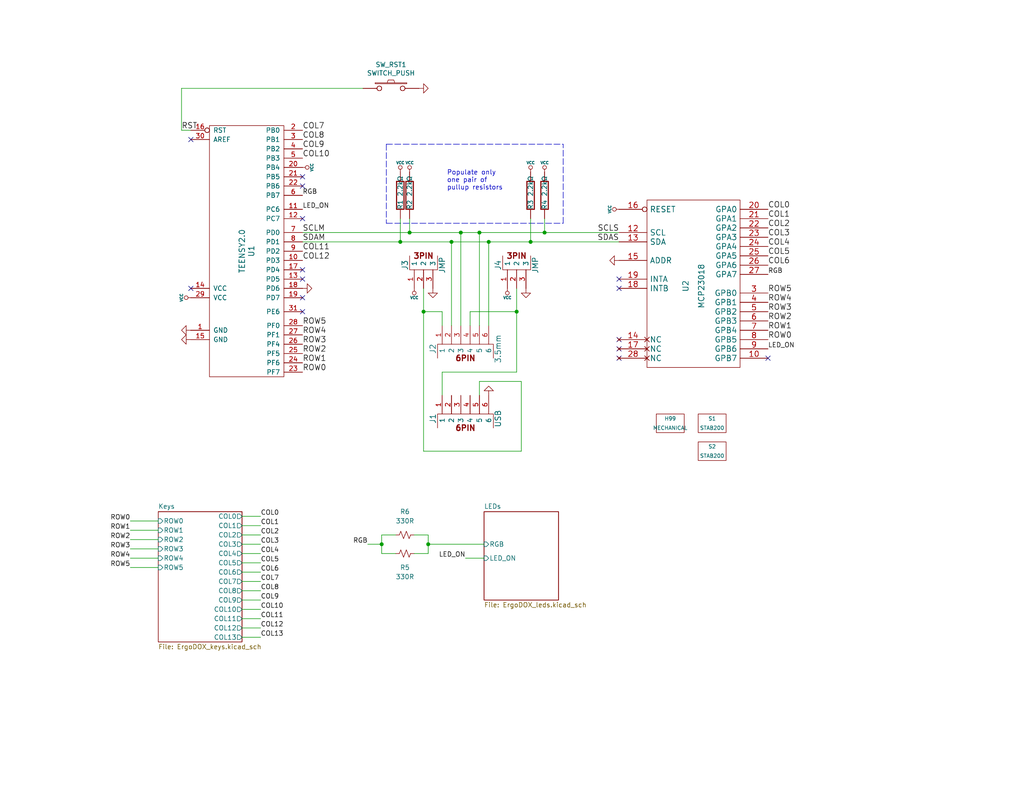
<source format=kicad_sch>
(kicad_sch (version 20210621) (generator eeschema)
  (paper "USLetter")
  (title_block (date "29 sep 2012"))
  (lib_symbols
    (symbol "Device:R_Small_US" (pin_numbers hide) (pin_names (offset 0.254) hide)
      (property "Reference" "R" (at 0.762 0.508 0))
      (property "Value" "R_Small_US" (at 0.762 -1.016 0))
      (symbol "R_Small_US_1_1"
        (polyline (pts (xy 0 0) (xy 1.016 -0.381) (xy 0 -0.762) (xy -1.016 -1.143) (xy 0 -1.524)))
        (polyline (pts (xy 0 1.524) (xy 1.016 1.143) (xy 0 0.762) (xy -1.016 0.381) (xy 0 0)))
        (pin passive line (at 0 2.54 270) (length 1.016) (name "~") (number "1"))
        (pin passive line (at 0 -2.54 90) (length 1.016) (name "~") (number "2"))
      )
    )
    (symbol "ErgoDOX-rescue:3PIN" (pin_names (offset 1.016))
      (property "Reference" "J" (at -1.27 5.08 0))
      (property "Value" "3PIN" (at -1.27 -5.08 0))
      (symbol "3PIN_0_0"
        (text "3PIN" (at -3.81 0 900) (effects (font (size 1.524 1.524) bold)))
      )
      (symbol "3PIN_0_1"
        (polyline (pts (xy -3.81 3.81) (xy 0 3.81) (xy 0 -3.81) (xy -3.81 -3.81)))
      )
      (symbol "3PIN_1_1"
        (pin input line (at 5.08 2.54 180) (length 5.08) (name "1") (number "1"))
        (pin power_in line (at 5.08 0 180) (length 5.08) (name "2") (number "2"))
        (pin output line (at 5.08 -2.54 180) (length 5.08) (name "3") (number "3"))
      )
    )
    (symbol "ErgoDOX-rescue:6PIN" (pin_names (offset 1.016))
      (property "Reference" "J" (at -1.27 8.89 0))
      (property "Value" "6PIN" (at -1.27 -8.89 0))
      (symbol "6PIN_0_0"
        (text "6PIN" (at -3.81 0 900) (effects (font (size 1.524 1.524) bold)))
        (polyline (pts (xy -3.81 7.62) (xy 0 7.62) (xy 0 -7.62) (xy -3.81 -7.62)))
      )
      (symbol "6PIN_1_1"
        (pin input line (at 5.08 6.35 180) (length 5.08) (name "1") (number "1"))
        (pin power_in line (at 5.08 3.81 180) (length 5.08) (name "2") (number "2"))
        (pin output line (at 5.08 1.27 180) (length 5.08) (name "3") (number "3"))
        (pin power_in line (at 5.08 -1.27 180) (length 5.08) (name "4") (number "4"))
        (pin input line (at 5.08 -3.81 180) (length 5.08) (name "5") (number "5"))
        (pin input line (at 5.08 -6.35 180) (length 5.08) (name "6") (number "6"))
      )
    )
    (symbol "ErgoDOX-rescue:ANYTHING" (pin_numbers hide) (pin_names (offset 1.016) hide)
      (property "Reference" "ANY" (at 0 1.27 0))
      (property "Value" "ANYTHING" (at 0 -1.27 0))
      (symbol "ANYTHING_0_1"
        (rectangle (start -3.81 2.54) (end 3.81 -2.54))
      )
      (symbol "ANYTHING_1_1"
        (pin power_in line (at 0 0 90) (length 0) hide (name "GND") (number "0"))
      )
    )
    (symbol "ErgoDOX-rescue:GND" (power) (pin_names (offset 0))
      (symbol "GND_0_1"
        (polyline (pts (xy 0 0) (xy 0 1.27) (xy 0 1.27)))
        (polyline (pts (xy -1.27 0) (xy 0 -1.27) (xy 1.27 0) (xy -1.27 0)))
      )
      (symbol "GND_1_1"
        (pin power_in line (at 0 1.27 270) (length 0) hide (name "GND") (number "1"))
      )
    )
    (symbol "ErgoDOX-rescue:MCP23018" (pin_names (offset 0.762))
      (property "Reference" "U" (at -1.27 -0.635 90))
      (property "Value" "MCP23018" (at 1.27 -0.635 90))
      (symbol "MCP23018_0_1"
        (rectangle (start -12.7 22.86) (end 12.7 -22.86))
      )
      (symbol "MCP23018_1_1"
        (pin power_in line (at 0 -22.86 90) (length 0) hide (name "GND") (number "1"))
        (pin input line (at 20.32 -20.32 180) (length 7.62) (name "GPB7") (number "10"))
        (pin power_in line (at 0 22.86 270) (length 0) hide (name "VCC") (number "11"))
        (pin input line (at -20.32 13.97 0) (length 7.62) (name "SCL") (number "12"))
        (pin input line (at -20.32 11.43 0) (length 7.62) (name "SDA") (number "13"))
        (pin no_connect non_logic (at -20.32 -15.24 0) (length 7.62) (name "NC") (number "14"))
        (pin output line (at -20.32 6.35 0) (length 7.62) (name "ADDR") (number "15"))
        (pin input inverted (at -20.32 20.32 0) (length 7.62) (name "RESET") (number "16"))
        (pin no_connect non_logic (at -20.32 -17.78 0) (length 7.62) (name "NC") (number "17"))
        (pin input line (at -20.32 -1.27 0) (length 7.62) (name "INTB") (number "18"))
        (pin input line (at -20.32 1.27 0) (length 7.62) (name "INTA") (number "19"))
        (pin input line (at 20.32 20.32 180) (length 7.62) (name "GPA0") (number "20"))
        (pin input line (at 20.32 17.78 180) (length 7.62) (name "GPA1") (number "21"))
        (pin input line (at 20.32 15.24 180) (length 7.62) (name "GPA2") (number "22"))
        (pin input line (at 20.32 12.7 180) (length 7.62) (name "GPA3") (number "23"))
        (pin input line (at 20.32 10.16 180) (length 7.62) (name "GPA4") (number "24"))
        (pin input line (at 20.32 7.62 180) (length 7.62) (name "GPA5") (number "25"))
        (pin input line (at 20.32 5.08 180) (length 7.62) (name "GPA6") (number "26"))
        (pin input line (at 20.32 2.54 180) (length 7.62) (name "GPA7") (number "27"))
        (pin no_connect non_logic (at -20.32 -20.32 0) (length 7.62) (name "NC") (number "28"))
        (pin output line (at 20.32 -2.54 180) (length 7.62) (name "GPB0") (number "3"))
        (pin output line (at 20.32 -5.08 180) (length 7.62) (name "GPB1") (number "4"))
        (pin output line (at 20.32 -7.62 180) (length 7.62) (name "GPB2") (number "5"))
        (pin output line (at 20.32 -10.16 180) (length 7.62) (name "GPB3") (number "6"))
        (pin output line (at 20.32 -12.7 180) (length 7.62) (name "GPB4") (number "7"))
        (pin output line (at 20.32 -15.24 180) (length 7.62) (name "GPB5") (number "8"))
        (pin output line (at 20.32 -17.78 180) (length 7.62) (name "GPB6") (number "9"))
      )
    )
    (symbol "ErgoDOX-rescue:RESISTOR" (pin_numbers hide) (pin_names (offset 0))
      (property "Reference" "R" (at 0 -2.54 90))
      (property "Value" "RESISTOR" (at 0 2.54 90))
      (symbol "RESISTOR_0_1"
        (rectangle (start -1.016 3.81) (end 1.016 -3.81) (stroke (width 0.3048)))
      )
      (symbol "RESISTOR_1_1"
        (pin passive line (at 0 6.35 270) (length 2.54) (name "~") (number "1"))
        (pin passive line (at 0 -6.35 90) (length 2.54) (name "~") (number "2"))
      )
    )
    (symbol "ErgoDOX-rescue:SWITCH_PUSH" (pin_numbers hide) (pin_names (offset 1.016) hide)
      (property "Reference" "SW" (at 3.81 2.794 0))
      (property "Value" "SWITCH_PUSH" (at 0 -2.032 0))
      (symbol "SWITCH_PUSH_0_1"
        (rectangle (start -4.318 1.27) (end 4.318 1.524))
        (polyline (pts (xy -1.016 1.524) (xy -0.762 2.286) (xy 0.762 2.286) (xy 1.016 1.524)))
        (pin passive inverted (at -7.62 0 0) (length 5.08) (name "1") (number "1"))
        (pin passive inverted (at 7.62 0 180) (length 5.08) (name "2") (number "2"))
      )
      (symbol "SWITCH_PUSH_1_1"
        (pin power_in line (at 0 0 90) (length 0) hide (name "GND") (number "0"))
      )
    )
    (symbol "ErgoDOX-rescue:TEENSY2.0" (pin_names (offset 1.016))
      (property "Reference" "U" (at 1.27 0 90))
      (property "Value" "TEENSY2.0" (at -1.27 0 90))
      (symbol "TEENSY2.0_0_1"
        (rectangle (start -10.16 34.29) (end 10.16 -34.29))
      )
      (symbol "TEENSY2.0_1_1"
        (pin power_out line (at -15.24 -21.59 0) (length 5.08) (name "GND") (number "1"))
        (pin bidirectional line (at 15.24 -2.54 180) (length 5.08) (name "PD3") (number "10"))
        (pin bidirectional line (at 15.24 11.43 180) (length 5.08) (name "PC6") (number "11"))
        (pin bidirectional line (at 15.24 8.89 180) (length 5.08) (name "PC7") (number "12"))
        (pin bidirectional line (at 15.24 -7.62 180) (length 5.08) (name "PD5") (number "13"))
        (pin power_out line (at -15.24 -10.16 0) (length 5.08) (name "VCC") (number "14"))
        (pin power_out line (at -15.24 -24.13 0) (length 5.08) (name "GND") (number "15"))
        (pin input inverted (at -15.24 33.02 0) (length 5.08) (name "RST") (number "16"))
        (pin bidirectional line (at 15.24 -5.08 180) (length 5.08) (name "PD4") (number "17"))
        (pin bidirectional line (at 15.24 -10.16 180) (length 5.08) (name "PD6") (number "18"))
        (pin bidirectional line (at 15.24 -12.7 180) (length 5.08) (name "PD7") (number "19"))
        (pin bidirectional line (at 15.24 33.02 180) (length 5.08) (name "PB0") (number "2"))
        (pin bidirectional line (at 15.24 22.86 180) (length 5.08) (name "PB4") (number "20"))
        (pin bidirectional line (at 15.24 20.32 180) (length 5.08) (name "PB5") (number "21"))
        (pin bidirectional line (at 15.24 17.78 180) (length 5.08) (name "PB6") (number "22"))
        (pin bidirectional line (at 15.24 -33.02 180) (length 5.08) (name "PF7") (number "23"))
        (pin bidirectional line (at 15.24 -30.48 180) (length 5.08) (name "PF6") (number "24"))
        (pin bidirectional line (at 15.24 -27.94 180) (length 5.08) (name "PF5") (number "25"))
        (pin bidirectional line (at 15.24 -25.4 180) (length 5.08) (name "PF4") (number "26"))
        (pin bidirectional line (at 15.24 -22.86 180) (length 5.08) (name "PF1") (number "27"))
        (pin bidirectional line (at 15.24 -20.32 180) (length 5.08) (name "PF0") (number "28"))
        (pin power_out line (at -15.24 -12.7 0) (length 5.08) (name "VCC") (number "29"))
        (pin bidirectional line (at 15.24 30.48 180) (length 5.08) (name "PB1") (number "3"))
        (pin input line (at -15.24 30.48 0) (length 5.08) (name "AREF") (number "30"))
        (pin bidirectional line (at 15.24 -16.51 180) (length 5.08) (name "PE6") (number "31"))
        (pin bidirectional line (at 15.24 27.94 180) (length 5.08) (name "PB2") (number "4"))
        (pin bidirectional line (at 15.24 25.4 180) (length 5.08) (name "PB3") (number "5"))
        (pin bidirectional line (at 15.24 15.24 180) (length 5.08) (name "PB7") (number "6"))
        (pin bidirectional line (at 15.24 5.08 180) (length 5.08) (name "PD0") (number "7"))
        (pin bidirectional line (at 15.24 2.54 180) (length 5.08) (name "PD1") (number "8"))
        (pin bidirectional line (at 15.24 0 180) (length 5.08) (name "PD2") (number "9"))
      )
    )
    (symbol "ErgoDOX-rescue:VCC" (power) (pin_names (offset 0))
      (property "Value" "VCC" (at 0 2.54 0))
      (symbol "VCC_0_0"
        (pin power_in line (at 0 0 90) (length 0) hide (name "VCC") (number "1"))
      )
      (symbol "VCC_0_1"
        (circle (center 0 1.27) (radius 0.508))
        (polyline (pts (xy 0 0) (xy 0 0.762) (xy 0 0.762)))
      )
    )
  )
  (junction (at 104.14 148.59) (diameter 0.9144))
  (junction (at 109.22 66.04) (diameter 0.9144))
  (junction (at 111.76 63.5) (diameter 0.9144))
  (junction (at 115.57 85.09) (diameter 0.9144))
  (junction (at 116.84 148.59) (diameter 0.9144))
  (junction (at 123.19 66.04) (diameter 0.9144))
  (junction (at 125.73 63.5) (diameter 0.9144))
  (junction (at 130.81 63.5) (diameter 0.9144))
  (junction (at 133.35 66.04) (diameter 0.9144))
  (junction (at 140.97 85.09) (diameter 0.9144))
  (junction (at 144.78 66.04) (diameter 0.9144))
  (junction (at 148.59 63.5) (diameter 0.9144))
  (no_connect (at 52.07 38.1))
  (no_connect (at 52.07 78.74))
  (no_connect (at 82.55 48.26))
  (no_connect (at 82.55 50.8))
  (no_connect (at 82.55 59.69))
  (no_connect (at 82.55 73.66))
  (no_connect (at 82.55 76.2))
  (no_connect (at 82.55 81.28))
  (no_connect (at 82.55 85.09))
  (no_connect (at 168.91 76.2))
  (no_connect (at 168.91 78.74))
  (no_connect (at 168.91 92.71))
  (no_connect (at 168.91 95.25))
  (no_connect (at 168.91 97.79))
  (no_connect (at 209.55 97.79))
  (wire (pts (xy 35.56 142.24) (xy 43.18 142.24)))
  (wire (pts (xy 35.56 144.78) (xy 43.18 144.78)))
  (wire (pts (xy 35.56 147.32) (xy 43.18 147.32)))
  (wire (pts (xy 35.56 149.86) (xy 43.18 149.86)))
  (wire (pts (xy 35.56 152.4) (xy 43.18 152.4)))
  (wire (pts (xy 35.56 154.94) (xy 43.18 154.94)))
  (wire (pts (xy 49.53 24.13) (xy 49.53 35.56)))
  (wire (pts (xy 49.53 35.56) (xy 52.07 35.56)))
  (wire (pts (xy 66.04 140.97) (xy 71.12 140.97)))
  (wire (pts (xy 66.04 143.51) (xy 71.12 143.51)))
  (wire (pts (xy 66.04 146.05) (xy 71.12 146.05)))
  (wire (pts (xy 66.04 148.59) (xy 71.12 148.59)))
  (wire (pts (xy 66.04 151.13) (xy 71.12 151.13)))
  (wire (pts (xy 66.04 153.67) (xy 71.12 153.67)))
  (wire (pts (xy 66.04 156.21) (xy 71.12 156.21)))
  (wire (pts (xy 66.04 158.75) (xy 71.12 158.75)))
  (wire (pts (xy 66.04 161.29) (xy 71.12 161.29)))
  (wire (pts (xy 66.04 163.83) (xy 71.12 163.83)))
  (wire (pts (xy 66.04 166.37) (xy 71.12 166.37)))
  (wire (pts (xy 66.04 168.91) (xy 71.12 168.91)))
  (wire (pts (xy 66.04 171.45) (xy 71.12 171.45)))
  (wire (pts (xy 66.04 173.99) (xy 71.12 173.99)))
  (wire (pts (xy 82.55 63.5) (xy 111.76 63.5)))
  (wire (pts (xy 82.55 66.04) (xy 109.22 66.04)))
  (wire (pts (xy 99.06 24.13) (xy 49.53 24.13)))
  (wire (pts (xy 100.33 148.59) (xy 104.14 148.59)))
  (wire (pts (xy 104.14 146.05) (xy 104.14 148.59)))
  (wire (pts (xy 104.14 146.05) (xy 107.95 146.05)))
  (wire (pts (xy 104.14 148.59) (xy 104.14 151.13)))
  (wire (pts (xy 107.95 151.13) (xy 104.14 151.13)))
  (wire (pts (xy 109.22 59.69) (xy 109.22 66.04)))
  (wire (pts (xy 109.22 66.04) (xy 123.19 66.04)))
  (wire (pts (xy 111.76 59.69) (xy 111.76 63.5)))
  (wire (pts (xy 111.76 63.5) (xy 125.73 63.5)))
  (wire (pts (xy 113.03 151.13) (xy 116.84 151.13)))
  (wire (pts (xy 115.57 78.74) (xy 115.57 85.09)))
  (wire (pts (xy 115.57 85.09) (xy 115.57 123.19)))
  (wire (pts (xy 115.57 123.19) (xy 142.24 123.19)))
  (wire (pts (xy 116.84 146.05) (xy 113.03 146.05)))
  (wire (pts (xy 116.84 148.59) (xy 116.84 146.05)))
  (wire (pts (xy 116.84 148.59) (xy 132.08 148.59)))
  (wire (pts (xy 116.84 151.13) (xy 116.84 148.59)))
  (wire (pts (xy 120.65 85.09) (xy 115.57 85.09)))
  (wire (pts (xy 120.65 88.9) (xy 120.65 85.09)))
  (wire (pts (xy 120.65 101.6) (xy 120.65 107.95)))
  (wire (pts (xy 123.19 66.04) (xy 123.19 88.9)))
  (wire (pts (xy 123.19 66.04) (xy 133.35 66.04)))
  (wire (pts (xy 125.73 63.5) (xy 130.81 63.5)))
  (wire (pts (xy 125.73 88.9) (xy 125.73 63.5)))
  (wire (pts (xy 127 152.4) (xy 132.08 152.4)))
  (wire (pts (xy 128.27 85.09) (xy 140.97 85.09)))
  (wire (pts (xy 128.27 88.9) (xy 128.27 85.09)))
  (wire (pts (xy 130.81 63.5) (xy 130.81 88.9)))
  (wire (pts (xy 130.81 63.5) (xy 148.59 63.5)))
  (wire (pts (xy 130.81 104.14) (xy 130.81 107.95)))
  (wire (pts (xy 133.35 66.04) (xy 133.35 88.9)))
  (wire (pts (xy 133.35 66.04) (xy 144.78 66.04)))
  (wire (pts (xy 140.97 78.74) (xy 140.97 85.09)))
  (wire (pts (xy 140.97 85.09) (xy 140.97 101.6)))
  (wire (pts (xy 140.97 101.6) (xy 120.65 101.6)))
  (wire (pts (xy 142.24 104.14) (xy 130.81 104.14)))
  (wire (pts (xy 142.24 123.19) (xy 142.24 104.14)))
  (wire (pts (xy 144.78 59.69) (xy 144.78 66.04)))
  (wire (pts (xy 144.78 66.04) (xy 168.91 66.04)))
  (wire (pts (xy 148.59 59.69) (xy 148.59 63.5)))
  (wire (pts (xy 148.59 63.5) (xy 168.91 63.5)))
  (polyline (pts (xy 105.41 39.37) (xy 105.41 60.96)) (stroke (width 0) (type dash)))
  (polyline (pts (xy 105.41 39.37) (xy 153.67 39.37)) (stroke (width 0) (type dash)))
  (polyline (pts (xy 105.41 60.96) (xy 153.67 60.96)) (stroke (width 0) (type dash)))
  (polyline (pts (xy 153.67 60.96) (xy 153.67 39.37)) (stroke (width 0) (type dash)))
  (text "Populate only\none pair of\npullup resistors" (at 121.92 52.07 0) (effects (font (size 1.27 1.27)) (justify left bottom)))
  (label "ROW0" (at 35.56 142.24 180))
  (label "ROW1" (at 35.56 144.78 180))
  (label "ROW2" (at 35.56 147.32 180))
  (label "ROW3" (at 35.56 149.86 180))
  (label "ROW4" (at 35.56 152.4 180))
  (label "ROW5" (at 35.56 154.94 180))
  (label "RST" (at 49.53 35.56 0) (effects (font (size 1.524 1.524))))
  (label "COL0" (at 71.12 140.97 0))
  (label "COL1" (at 71.12 143.51 0))
  (label "COL2" (at 71.12 146.05 0))
  (label "COL3" (at 71.12 148.59 0))
  (label "COL4" (at 71.12 151.13 0))
  (label "COL5" (at 71.12 153.67 0))
  (label "COL6" (at 71.12 156.21 0))
  (label "COL7" (at 71.12 158.75 0))
  (label "COL8" (at 71.12 161.29 0))
  (label "COL9" (at 71.12 163.83 0))
  (label "COL10" (at 71.12 166.37 0))
  (label "COL11" (at 71.12 168.91 0))
  (label "COL12" (at 71.12 171.45 0))
  (label "COL13" (at 71.12 173.99 0))
  (label "COL7" (at 82.55 35.56 0) (effects (font (size 1.524 1.524))))
  (label "COL8" (at 82.55 38.1 0) (effects (font (size 1.524 1.524))))
  (label "COL9" (at 82.55 40.64 0) (effects (font (size 1.524 1.524))))
  (label "COL10" (at 82.55 43.18 0) (effects (font (size 1.524 1.524))))
  (label "RGB" (at 82.55 53.34 0))
  (label "LED_ON" (at 82.55 57.15 0))
  (label "SCLM" (at 82.55 63.5 0) (effects (font (size 1.524 1.524))))
  (label "SDAM" (at 82.55 66.04 0) (effects (font (size 1.524 1.524))))
  (label "COL11" (at 82.55 68.58 0) (effects (font (size 1.524 1.524))))
  (label "COL12" (at 82.55 71.12 0) (effects (font (size 1.524 1.524))))
  (label "ROW5" (at 82.55 88.9 0) (effects (font (size 1.524 1.524))))
  (label "ROW4" (at 82.55 91.44 0) (effects (font (size 1.524 1.524))))
  (label "ROW3" (at 82.55 93.98 0) (effects (font (size 1.524 1.524))))
  (label "ROW2" (at 82.55 96.52 0) (effects (font (size 1.524 1.524))))
  (label "ROW1" (at 82.55 99.06 0) (effects (font (size 1.524 1.524))))
  (label "ROW0" (at 82.55 101.6 0) (effects (font (size 1.524 1.524))))
  (label "RGB" (at 100.33 148.59 180))
  (label "LED_ON" (at 127 152.4 180))
  (label "SCLS" (at 168.91 63.5 180) (effects (font (size 1.524 1.524))))
  (label "SDAS" (at 168.91 66.04 180) (effects (font (size 1.524 1.524))))
  (label "COL0" (at 209.55 57.15 0) (effects (font (size 1.524 1.524))))
  (label "COL1" (at 209.55 59.69 0) (effects (font (size 1.524 1.524))))
  (label "COL2" (at 209.55 62.23 0) (effects (font (size 1.524 1.524))))
  (label "COL3" (at 209.55 64.77 0) (effects (font (size 1.524 1.524))))
  (label "COL4" (at 209.55 67.31 0) (effects (font (size 1.524 1.524))))
  (label "COL5" (at 209.55 69.85 0) (effects (font (size 1.524 1.524))))
  (label "COL6" (at 209.55 72.39 0) (effects (font (size 1.524 1.524))))
  (label "RGB" (at 209.55 74.93 0))
  (label "ROW5" (at 209.55 80.01 0) (effects (font (size 1.524 1.524))))
  (label "ROW4" (at 209.55 82.55 0) (effects (font (size 1.524 1.524))))
  (label "ROW3" (at 209.55 85.09 0) (effects (font (size 1.524 1.524))))
  (label "ROW2" (at 209.55 87.63 0) (effects (font (size 1.524 1.524))))
  (label "ROW1" (at 209.55 90.17 0) (effects (font (size 1.524 1.524))))
  (label "ROW0" (at 209.55 92.71 0) (effects (font (size 1.524 1.524))))
  (label "LED_ON" (at 209.55 95.25 0))
  (symbol (lib_id "ErgoDOX-rescue:VCC") (at 52.07 81.28 90) (unit 1)
    (property "Reference" "#PWR019" (effects hide))
    (property "Value" "VCC" (at 49.53 81.28 0) (effects (font (size 0.762 0.762))))
  )
  (symbol (lib_id "ErgoDOX-rescue:VCC") (at 82.55 45.72 270) (unit 1)
    (property "Reference" "#PWR016" (effects hide))
    (property "Value" "VCC" (at 85.09 45.72 0) (effects (font (size 0.762 0.762))))
  )
  (symbol (lib_id "ErgoDOX-rescue:VCC") (at 109.22 46.99 0) (unit 1)
    (property "Reference" "#PWR08" (effects hide))
    (property "Value" "VCC" (at 109.22 44.45 0) (effects (font (size 0.762 0.762))))
  )
  (symbol (lib_id "ErgoDOX-rescue:VCC") (at 111.76 46.99 0) (unit 1)
    (property "Reference" "#PWR07" (effects hide))
    (property "Value" "VCC" (at 111.76 44.45 0) (effects (font (size 0.762 0.762))))
  )
  (symbol (lib_id "ErgoDOX-rescue:VCC") (at 113.03 78.74 180) (unit 1)
    (property "Reference" "#PWR011" (effects hide))
    (property "Value" "VCC" (at 113.03 81.28 0) (effects (font (size 0.762 0.762))))
  )
  (symbol (lib_id "ErgoDOX-rescue:VCC") (at 138.43 78.74 180) (unit 1)
    (property "Reference" "#PWR012" (effects hide))
    (property "Value" "VCC" (at 138.43 81.28 0) (effects (font (size 0.762 0.762))))
  )
  (symbol (lib_id "ErgoDOX-rescue:VCC") (at 144.78 46.99 0) (unit 1)
    (property "Reference" "#PWR0101" (effects hide))
    (property "Value" "VCC" (at 144.78 44.45 0) (effects (font (size 0.762 0.762))))
  )
  (symbol (lib_id "ErgoDOX-rescue:VCC") (at 148.59 46.99 0) (unit 1)
    (property "Reference" "#PWR0102" (effects hide))
    (property "Value" "VCC" (at 148.59 44.45 0) (effects (font (size 0.762 0.762))))
  )
  (symbol (lib_id "ErgoDOX-rescue:VCC") (at 168.91 57.15 90) (unit 1)
    (property "Reference" "#PWR05" (effects hide))
    (property "Value" "VCC" (at 166.37 57.15 0) (effects (font (size 0.762 0.762))))
  )
  (symbol (lib_id "ErgoDOX-rescue:GND") (at 50.8 90.17 270) (unit 1)
    (property "Reference" "#PWR01" (effects hide))
    (property "Value" "GND" (effects hide))
  )
  (symbol (lib_id "ErgoDOX-rescue:GND") (at 50.8 92.71 270) (unit 1)
    (property "Reference" "#PWR014" (effects hide))
    (property "Value" "GND" (effects hide))
  )
  (symbol (lib_id "ErgoDOX-rescue:GND") (at 83.82 78.74 90) (unit 1)
    (property "Reference" "#PWR018" (effects hide))
    (property "Value" "GND" (effects hide))
  )
  (symbol (lib_id "ErgoDOX-rescue:GND") (at 115.57 24.13 90) (unit 1)
    (property "Reference" "#PWR020" (effects hide))
    (property "Value" "GND" (effects hide))
  )
  (symbol (lib_id "ErgoDOX-rescue:GND") (at 118.11 80.01 0) (unit 1)
    (property "Reference" "#PWR09" (effects hide))
    (property "Value" "GND" (effects hide))
  )
  (symbol (lib_id "ErgoDOX-rescue:GND") (at 133.35 106.68 180) (unit 1)
    (property "Reference" "#PWR013" (effects hide))
    (property "Value" "GND" (effects hide))
  )
  (symbol (lib_id "ErgoDOX-rescue:GND") (at 143.51 80.01 0) (unit 1)
    (property "Reference" "#PWR010" (effects hide))
    (property "Value" "GND" (effects hide))
  )
  (symbol (lib_id "ErgoDOX-rescue:GND") (at 167.64 71.12 270) (unit 1)
    (property "Reference" "#PWR06" (effects hide))
    (property "Value" "GND" (effects hide))
  )
  (symbol (lib_id "Device:R_Small_US") (at 110.49 146.05 90) (unit 1)
    (property "Reference" "R6" (at 110.49 139.7 90))
    (property "Value" "330R" (at 110.49 142.24 90))
    (property "Footprint" "Resistor_SMD:R_1206_3216Metric" (effects hide))
  )
  (symbol (lib_id "Device:R_Small_US") (at 110.49 151.13 90) (unit 1)
    (property "Reference" "R5" (at 110.49 154.94 90))
    (property "Value" "330R" (at 110.49 157.48 90))
    (property "Footprint" "Resistor_SMD:R_1206_3216Metric" (effects hide))
  )
  (symbol (lib_id "ErgoDOX-rescue:RESISTOR") (at 109.22 53.34 0) (unit 1)
    (property "Reference" "R1" (at 109.22 55.88 90))
    (property "Value" "2.2kΩ" (at 109.22 50.8 90))
    (property "Footprint" "Resistor_SMD:R_1206_3216Metric" (effects hide))
  )
  (symbol (lib_id "ErgoDOX-rescue:RESISTOR") (at 111.76 53.34 0) (unit 1)
    (property "Reference" "R2" (at 111.76 55.88 90))
    (property "Value" "2.2kΩ" (at 111.76 50.8 90))
    (property "Footprint" "Resistor_SMD:R_1206_3216Metric" (effects hide))
  )
  (symbol (lib_id "ErgoDOX-rescue:RESISTOR") (at 144.78 53.34 0) (unit 1)
    (property "Reference" "R3" (at 144.78 55.88 90))
    (property "Value" "2.2kΩ" (at 144.78 50.8 90))
    (property "Footprint" "Resistor_SMD:R_1206_3216Metric" (effects hide))
  )
  (symbol (lib_id "ErgoDOX-rescue:RESISTOR") (at 148.59 53.34 0) (unit 1)
    (property "Reference" "R4" (at 148.59 55.88 90))
    (property "Value" "2.2kΩ" (at 148.59 50.8 90))
    (property "Footprint" "Resistor_SMD:R_1206_3216Metric" (effects hide))
  )
  (symbol (lib_id "ErgoDOX-rescue:ANYTHING") (at 182.88 115.57 0) (unit 1)
    (property "Reference" "H99" (at 182.88 114.3 0) (effects (font (size 1.016 1.016))))
    (property "Value" "MECHANICAL" (at 182.88 116.84 0) (effects (font (size 1.016 1.016))))
  )
  (symbol (lib_id "ErgoDOX-rescue:ANYTHING") (at 194.31 115.57 0) (unit 1)
    (property "Reference" "S1" (at 194.31 114.3 0) (effects (font (size 1.016 1.016))))
    (property "Value" "STAB200" (at 194.31 116.84 0) (effects (font (size 1.016 1.016))))
  )
  (symbol (lib_id "ErgoDOX-rescue:ANYTHING") (at 194.31 123.19 0) (unit 1)
    (property "Reference" "S2" (at 194.31 121.92 0) (effects (font (size 1.016 1.016))))
    (property "Value" "STAB200" (at 194.31 124.46 0) (effects (font (size 1.016 1.016))))
  )
  (symbol (lib_id "ErgoDOX-rescue:SWITCH_PUSH") (at 106.68 24.13 0) (unit 1)
    (property "Reference" "SW_RST1" (at 106.68 17.653 0))
    (property "Value" "SWITCH_PUSH" (at 106.68 19.9644 0))
    (property "Footprint" "Buttons_Switches_SMD:SW_SPST_B3U-1000P" (effects hide))
  )
  (symbol (lib_id "ErgoDOX-rescue:3PIN") (at 115.57 73.66 90) (mirror x) (unit 1)
    (property "Reference" "J3" (at 110.49 72.39 0) (effects (font (size 1.524 1.524))))
    (property "Value" "JMP" (at 120.65 72.39 0) (effects (font (size 1.524 1.524))))
    (property "Footprint" "Connector_PinHeader_2.54mm:PinHeader_1x03_P2.54mm_Vertical" (effects hide))
  )
  (symbol (lib_id "ErgoDOX-rescue:3PIN") (at 140.97 73.66 90) (mirror x) (unit 1)
    (property "Reference" "J4" (at 135.89 72.39 0) (effects (font (size 1.524 1.524))))
    (property "Value" "JMP" (at 146.05 72.39 0) (effects (font (size 1.524 1.524))))
    (property "Footprint" "Connector_PinHeader_2.54mm:PinHeader_1x03_P2.54mm_Vertical" (effects hide))
  )
  (symbol (lib_id "ErgoDOX-rescue:6PIN") (at 127 93.98 90) (unit 1)
    (property "Reference" "J2" (at 118.11 95.25 0) (effects (font (size 1.524 1.524))))
    (property "Value" "3.5mm" (at 135.89 95.25 0) (effects (font (size 1.524 1.524))))
  )
  (symbol (lib_id "ErgoDOX-rescue:6PIN") (at 127 113.03 90) (unit 1)
    (property "Reference" "J1" (at 118.11 114.3 0) (effects (font (size 1.524 1.524))))
    (property "Value" "USB" (at 135.89 114.3 0) (effects (font (size 1.524 1.524))))
  )
  (symbol (lib_id "ErgoDOX-rescue:MCP23018") (at 189.23 77.47 0) (unit 1)
    (property "Reference" "U2" (at 187.96 78.105 90) (effects (font (size 1.524 1.524)) (justify bottom)))
    (property "Value" "MCP23018" (at 190.5 78.105 90) (effects (font (size 1.524 1.524)) (justify top)))
    (property "Footprint" "Package_DIP:DIP-28_W7.62mm" (effects hide))
  )
  (symbol (lib_id "ErgoDOX-rescue:TEENSY2.0") (at 67.31 68.58 0) (unit 1)
    (property "Reference" "U1" (at 68.58 68.58 90) (effects (font (size 1.524 1.524))))
    (property "Value" "TEENSY2.0" (at 66.04 68.58 90) (effects (font (size 1.524 1.524))))
    (property "Footprint" "ErgoDOX pcb:TEENSY_2.0_WITH_RESET" (effects hide))
  )
  (sheet (at 43.18 139.7) (size 22.86 35.56) (stroke (width 0.1524))
    (property "Sheet name" "Keys" (at 43.18 138.9884 0) (effects (justify left bottom)))
    (property "Sheet file" "ErgoDOX_keys.kicad_sch" (at 43.18 175.8446 0) (effects (justify left top)))
    (pin "COL13" output (at 66.04 173.99 0))
    (pin "COL0" output (at 66.04 140.97 0))
    (pin "COL11" output (at 66.04 168.91 0))
    (pin "COL2" output (at 66.04 146.05 0))
    (pin "COL12" output (at 66.04 171.45 0))
    (pin "COL1" output (at 66.04 143.51 0))
    (pin "COL4" output (at 66.04 151.13 0))
    (pin "COL9" output (at 66.04 163.83 0))
    (pin "COL10" output (at 66.04 166.37 0))
    (pin "COL3" output (at 66.04 148.59 0))
    (pin "ROW3" input (at 43.18 149.86 180))
    (pin "ROW5" input (at 43.18 154.94 180))
    (pin "ROW4" input (at 43.18 152.4 180))
    (pin "ROW2" input (at 43.18 147.32 180))
    (pin "COL5" output (at 66.04 153.67 0))
    (pin "COL8" output (at 66.04 161.29 0))
    (pin "ROW1" input (at 43.18 144.78 180))
    (pin "ROW0" input (at 43.18 142.24 180))
    (pin "COL6" output (at 66.04 156.21 0))
    (pin "COL7" output (at 66.04 158.75 0))
  )
  (sheet (at 132.08 139.7) (size 20.32 24.13) (stroke (width 0.1524))
    (property "Sheet name" "LEDs" (at 132.08 138.9884 0) (effects (justify left bottom)))
    (property "Sheet file" "ErgoDOX_leds.kicad_sch" (at 132.08 164.4146 0) (effects (justify left top)))
    (pin "RGB" input (at 132.08 148.59 180))
    (pin "LED_ON" input (at 132.08 152.4 180))
  )
)
</source>
